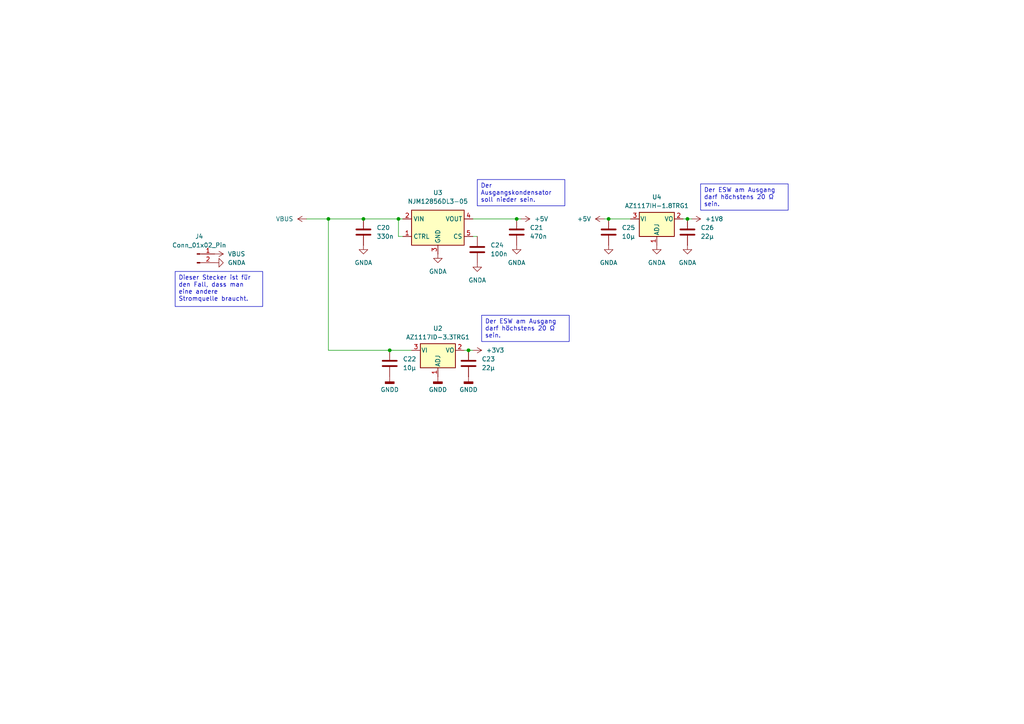
<source format=kicad_sch>
(kicad_sch (version 20231120) (generator "eeschema") (generator_version "8.0")
  (paper "A4")
  (lib_symbols
    (symbol "Connector:Conn_01x02_Pin" (pin_names (offset 1.016) hide)
      (property "Reference" "J" (at 0 2.54 0))
      (property "Value" "Conn_01x02_Pin" (at 0 -5.08 0))
      (symbol "Conn_01x02_Pin_1_1"
        (polyline (pts (xy 1.27 -2.54) (xy 0.8636 -2.54)) (stroke (width 0.1524)))
        (polyline (pts (xy 1.27 0) (xy 0.8636 0)) (stroke (width 0.1524)))
        (rectangle (start 0.8636 -2.413) (end 0 -2.667) (stroke (width 0.1524)) (fill (type outline)))
        (rectangle (start 0.8636 0.127) (end 0 -0.127) (stroke (width 0.1524)) (fill (type outline)))
        (pin passive line (at 5.08 0 180) (length 3.81) (name "Pin_1") (number "1"))
        (pin passive line (at 5.08 -2.54 180) (length 3.81) (name "Pin_2") (number "2"))
      )
    )
    (symbol "Device:C" (pin_numbers hide) (pin_names (offset 0.254))
      (property "Reference" "C" (at 0.635 2.54 0))
      (property "Value" "C" (at 0.635 -2.54 0))
      (symbol "C_0_1"
        (polyline (pts (xy -2.032 -0.762) (xy 2.032 -0.762)) (stroke (width 0.508)))
        (polyline (pts (xy -2.032 0.762) (xy 2.032 0.762)) (stroke (width 0.508)))
      )
      (symbol "C_1_1"
        (pin passive line (at 0 3.81 270) (length 2.794) (name "~") (number "1"))
        (pin passive line (at 0 -3.81 90) (length 2.794) (name "~") (number "2"))
      )
    )
    (symbol "Regulator_Linear:AZ1117D-ADJ" (pin_names (offset 0.254))
      (property "Reference" "U" (at -3.81 3.175 0))
      (property "Value" "AZ1117D-ADJ" (at 0 3.175 0))
      (symbol "AZ1117D-ADJ_0_1"
        (rectangle (start -5.08 1.905) (end 5.08 -5.08) (stroke (width 0.254)) (fill (type background)))
      )
      (symbol "AZ1117D-ADJ_1_1"
        (pin input line (at 0 -7.62 90) (length 2.54) (name "ADJ") (number "1"))
        (pin power_out line (at 7.62 0 180) (length 2.54) (name "VO") (number "2"))
        (pin power_in line (at -7.62 0 0) (length 2.54) (name "VI") (number "3"))
      )
    )
    (symbol "Regulator_Linear:AZ1117H-ADJ" (pin_names (offset 0.254))
      (property "Reference" "U" (at -3.81 3.175 0))
      (property "Value" "AZ1117H-ADJ" (at 0 3.175 0))
      (symbol "AZ1117H-ADJ_0_1"
        (rectangle (start -5.08 1.905) (end 5.08 -5.08) (stroke (width 0.254)) (fill (type background)))
      )
      (symbol "AZ1117H-ADJ_1_1"
        (pin input line (at 0 -7.62 90) (length 2.54) (name "ADJ") (number "1"))
        (pin power_out line (at 7.62 0 180) (length 2.54) (name "VO") (number "2"))
        (pin power_in line (at -7.62 0 0) (length 2.54) (name "VI") (number "3"))
      )
    )
    (symbol "Regulator_Linear:NJM12856DL3-05-TE1"
      (property "Reference" "U" (at 0 8.89 0))
      (property "Value" "NJM12856DL3-05" (at 0 6.35 0))
      (symbol "NJM12856DL3-05-TE1_0_1"
        (rectangle (start -7.62 5.08) (end 7.62 -5.08) (stroke (width 0.254)) (fill (type background)))
      )
      (symbol "NJM12856DL3-05-TE1_1_1"
        (pin input line (at -10.16 -2.54 0) (length 2.54) (name "CTRL") (number "1"))
        (pin power_in line (at -10.16 2.54 0) (length 2.54) (name "VIN") (number "2"))
        (pin power_in line (at 0 -7.62 90) (length 2.54) (name "GND") (number "3"))
        (pin power_out line (at 10.16 2.54 180) (length 2.54) (name "VOUT") (number "4"))
        (pin passive line (at 10.16 -2.54 180) (length 2.54) (name "CS") (number "5"))
        (pin passive line (at 0 -7.62 90) (length 2.54) hide (name "GND") (number "7"))
      )
    )
    (symbol "power:+1V8" (power) (pin_names (offset 0))
      (property "Value" "+1V8" (at 0 3.556 0))
      (symbol "+1V8_0_1"
        (polyline (pts (xy -0.762 1.27) (xy 0 2.54)))
        (polyline (pts (xy 0 0) (xy 0 2.54)))
        (polyline (pts (xy 0 2.54) (xy 0.762 1.27)))
      )
      (symbol "+1V8_1_1"
        (pin power_in line (at 0 0 90) (length 0) hide (name "+1V8") (number "1"))
      )
    )
    (symbol "power:+3.3V" (power) (pin_names (offset 0))
      (property "Value" "+3.3V" (at 0 3.556 0))
      (symbol "+3.3V_0_1"
        (polyline (pts (xy -0.762 1.27) (xy 0 2.54)))
        (polyline (pts (xy 0 0) (xy 0 2.54)))
        (polyline (pts (xy 0 2.54) (xy 0.762 1.27)))
      )
      (symbol "+3.3V_1_1"
        (pin power_in line (at 0 0 90) (length 0) hide (name "+3.3V") (number "1"))
      )
    )
    (symbol "power:+5V" (power) (pin_names (offset 0))
      (property "Value" "+5V" (at 0 3.556 0))
      (symbol "+5V_0_1"
        (polyline (pts (xy -0.762 1.27) (xy 0 2.54)))
        (polyline (pts (xy 0 0) (xy 0 2.54)))
        (polyline (pts (xy 0 2.54) (xy 0.762 1.27)))
      )
      (symbol "+5V_1_1"
        (pin power_in line (at 0 0 90) (length 0) hide (name "+5V") (number "1"))
      )
    )
    (symbol "power:GNDA" (power) (pin_numbers hide) (pin_names (offset 0) hide)
      (property "Value" "GNDA" (at 0 -3.81 0))
      (symbol "GNDA_0_1"
        (polyline (pts (xy 0 0) (xy 0 -1.27) (xy 1.27 -1.27) (xy 0 -2.54) (xy -1.27 -1.27) (xy 0 -1.27)))
      )
      (symbol "GNDA_1_1"
        (pin power_in line (at 0 0 270) (length 0) (name "~") (number "1"))
      )
    )
    (symbol "power:GNDD" (power) (pin_numbers hide) (pin_names (offset 0) hide)
      (property "Value" "GNDD" (at 0 -3.175 0))
      (symbol "GNDD_0_1"
        (rectangle (start -1.27 -1.524) (end 1.27 -2.032) (stroke (width 0.254)) (fill (type outline)))
        (polyline (pts (xy 0 0) (xy 0 -1.524)))
      )
      (symbol "GNDD_1_1"
        (pin power_in line (at 0 0 270) (length 0) (name "~") (number "1"))
      )
    )
    (symbol "power:VBUS" (power) (pin_names (offset 0))
      (property "Value" "VBUS" (at 0 3.81 0))
      (symbol "VBUS_0_1"
        (polyline (pts (xy -0.762 1.27) (xy 0 2.54)))
        (polyline (pts (xy 0 0) (xy 0 2.54)))
        (polyline (pts (xy 0 2.54) (xy 0.762 1.27)))
      )
      (symbol "VBUS_1_1"
        (pin power_in line (at 0 0 90) (length 0) hide (name "VBUS") (number "1"))
      )
    )
  )
  (junction (at 199.39 63.5))
  (junction (at 95.25 63.5))
  (junction (at 105.41 63.5))
  (junction (at 113.03 101.6))
  (junction (at 149.86 63.5))
  (junction (at 115.57 63.5))
  (junction (at 176.53 63.5))
  (junction (at 135.89 101.6))
  (wire (pts (xy 199.39 63.5) (xy 200.66 63.5)))
  (wire (pts (xy 105.41 63.5) (xy 115.57 63.5)))
  (wire (pts (xy 95.25 101.6) (xy 113.03 101.6)))
  (wire (pts (xy 135.89 101.6) (xy 137.16 101.6)))
  (wire (pts (xy 149.86 63.5) (xy 151.13 63.5)))
  (wire (pts (xy 95.25 63.5) (xy 105.41 63.5)))
  (wire (pts (xy 199.39 63.5) (xy 198.12 63.5)))
  (wire (pts (xy 175.26 63.5) (xy 176.53 63.5)))
  (wire (pts (xy 176.53 63.5) (xy 182.88 63.5)))
  (wire (pts (xy 113.03 101.6) (xy 119.38 101.6)))
  (wire (pts (xy 116.84 68.58) (xy 115.57 68.58)))
  (wire (pts (xy 88.9 63.5) (xy 95.25 63.5)))
  (wire (pts (xy 135.89 101.6) (xy 134.62 101.6)))
  (wire (pts (xy 137.16 63.5) (xy 149.86 63.5)))
  (wire (pts (xy 115.57 63.5) (xy 116.84 63.5)))
  (wire (pts (xy 138.43 68.58) (xy 137.16 68.58)))
  (wire (pts (xy 115.57 63.5) (xy 115.57 68.58)))
  (wire (pts (xy 95.25 101.6) (xy 95.25 63.5)))
  (text_box "Der Ausgangskondensator soll nieder sein." (at 138.43 52.07 0) (size 25.4 7.62) (effects (font (size 1.27 1.27)) (justify left top)))
  (text_box "Der ESW am Ausgang darf höchstens 20 Ω sein." (at 139.7 91.44 0) (size 25.4 7.62) (effects (font (size 1.27 1.27)) (justify left top)))
  (text_box "Der ESW am Ausgang darf höchstens 20 Ω sein." (at 203.2 53.34 0) (size 25.4 7.62) (effects (font (size 1.27 1.27)) (justify left top)))
  (text_box "Dieser Stecker ist für den Fall, dass man eine andere Stromquelle braucht." (at 50.8 78.74 0) (size 25.4 10.16) (effects (font (size 1.27 1.27)) (justify left top)))
  (symbol (lib_id "power:GNDD") (at 127 109.22 0) (unit 1)
    (property "Reference" "#PWR028" (effects (hide yes)))
    (property "Value" "GNDD" (at 127 113.03 0))
    (property "Description" "Power symbol creates a global label with name \"GNDD\" , digital ground" (effects (hide yes)))
  )
  (symbol (lib_id "power:+1V8") (at 200.66 63.5 270) (unit 1)
    (property "Reference" "#PWR037" (effects (hide yes)))
    (property "Value" "+1V8" (at 204.47 63.5 90) (effects (justify left)))
  )
  (symbol (lib_id "power:GNDA") (at 62.23 76.2 90) (unit 1)
    (property "Reference" "#PWR023" (effects (hide yes)))
    (property "Value" "GNDA" (at 66.04 76.1999 90) (effects (justify right)))
    (property "Description" "Power symbol creates a global label with name \"GNDA\" , analog ground" (effects (hide yes)))
  )
  (symbol (lib_id "power:VBUS") (at 88.9 63.5 90) (unit 1)
    (property "Reference" "#PWR022" (effects (hide yes)))
    (property "Value" "VBUS" (at 85.09 63.4999 90) (effects (justify left)))
  )
  (symbol (lib_id "power:GNDA") (at 127 73.66 0) (unit 1)
    (property "Reference" "#PWR025" (effects (hide yes)))
    (property "Value" "GNDA" (at 127 78.74 0))
    (property "Description" "Power symbol creates a global label with name \"GNDA\" , analog ground" (effects (hide yes)))
  )
  (symbol (lib_id "power:GNDD") (at 135.89 109.22 0) (unit 1)
    (property "Reference" "#PWR029" (effects (hide yes)))
    (property "Value" "GNDD" (at 135.89 113.03 0))
    (property "Description" "Power symbol creates a global label with name \"GNDD\" , digital ground" (effects (hide yes)))
  )
  (symbol (lib_id "Device:C") (at 135.89 105.41 0) (unit 1)
    (property "Reference" "C23" (at 139.7 104.14 0) (effects (justify left)))
    (property "Value" "22μ" (at 139.7 106.68 0) (effects (justify left)))
    (property "Footprint" "Capacitor_SMD:C_1206_3216Metric" (effects (hide yes)))
  )
  (symbol (lib_id "Regulator_Linear:NJM12856DL3-05-TE1") (at 127 66.04 0) (unit 1)
    (property "Reference" "U3" (at 127 55.88 0))
    (property "Value" "NJM12856DL3-05" (at 127 58.42 0))
    (property "Footprint" "Package_TO_SOT_SMD:TO-252-5_TabPin3" (effects (hide yes)))
    (property "Datasheet" "https://www.nisshinbo-microdevices.co.jp/en/pdf/datasheet/NJM12856_E.pdf" (effects (hide yes)))
  )
  (symbol (lib_id "power:GNDA") (at 176.53 71.12 0) (unit 1)
    (property "Reference" "#PWR034" (effects (hide yes)))
    (property "Value" "GNDA" (at 176.53 76.2 0))
    (property "Description" "Power symbol creates a global label with name \"GNDA\" , analog ground" (effects (hide yes)))
  )
  (symbol (lib_id "Device:C") (at 149.86 67.31 0) (unit 1)
    (property "Reference" "C21" (at 153.67 66.04 0) (effects (justify left)))
    (property "Value" "470n" (at 153.67 68.58 0) (effects (justify left)))
    (property "Footprint" "Capacitor_SMD:C_1206_3216Metric" (effects (hide yes)))
  )
  (symbol (lib_id "power:GNDA") (at 149.86 71.12 0) (unit 1)
    (property "Reference" "#PWR033" (effects (hide yes)))
    (property "Value" "GNDA" (at 149.86 76.2 0))
    (property "Description" "Power symbol creates a global label with name \"GNDA\" , analog ground" (effects (hide yes)))
  )
  (symbol (lib_id "power:+5V") (at 175.26 63.5 90) (unit 1)
    (property "Reference" "#PWR036" (effects (hide yes)))
    (property "Value" "+5V" (at 171.45 63.5 90) (effects (justify left)))
  )
  (symbol (lib_id "power:GNDD") (at 113.03 109.22 0) (unit 1)
    (property "Reference" "#PWR030" (effects (hide yes)))
    (property "Value" "GNDD" (at 113.03 113.03 0))
    (property "Description" "Power symbol creates a global label with name \"GNDD\" , digital ground" (effects (hide yes)))
  )
  (symbol (lib_id "power:+3.3V") (at 137.16 101.6 270) (unit 1)
    (property "Reference" "#PWR032" (effects (hide yes)))
    (property "Value" "+3V3" (at 140.97 101.5999 90) (effects (justify left)))
  )
  (symbol (lib_id "power:+5V") (at 151.13 63.5 270) (unit 1)
    (property "Reference" "#PWR027" (effects (hide yes)))
    (property "Value" "+5V" (at 154.94 63.5 90) (effects (justify left)))
  )
  (symbol (lib_id "Device:C") (at 138.43 72.39 0) (unit 1)
    (property "Reference" "C24" (at 142.24 71.12 0) (effects (justify left)))
    (property "Value" "100n" (at 142.24 73.66 0) (effects (justify left)))
    (property "Footprint" "Capacitor_SMD:C_0603_1608Metric" (effects (hide yes)))
  )
  (symbol (lib_id "Device:C") (at 199.39 67.31 0) (unit 1)
    (property "Reference" "C26" (at 203.2 66.04 0) (effects (justify left)))
    (property "Value" "22μ" (at 203.2 68.58 0) (effects (justify left)))
    (property "Footprint" "Capacitor_SMD:C_1206_3216Metric" (effects (hide yes)))
  )
  (symbol (lib_id "Regulator_Linear:AZ1117H-ADJ") (at 190.5 63.5 0) (unit 1)
    (property "Reference" "U4" (at 190.5 57.15 0))
    (property "Value" "AZ1117IH-1.8TRG1" (at 190.5 59.69 0))
    (property "Footprint" "Package_TO_SOT_SMD:SOT-223-3_TabPin2" (effects (hide yes)))
    (property "Datasheet" "https://www.diodes.com/assets/Datasheets/AZ1117I.pdf" (effects (hide yes)))
  )
  (symbol (lib_id "power:GNDA") (at 105.41 71.12 0) (unit 1)
    (property "Reference" "#PWR024" (effects (hide yes)))
    (property "Value" "GNDA" (at 105.41 76.2 0))
    (property "Description" "Power symbol creates a global label with name \"GNDA\" , analog ground" (effects (hide yes)))
  )
  (symbol (lib_id "Device:C") (at 176.53 67.31 0) (unit 1)
    (property "Reference" "C25" (at 180.34 66.04 0) (effects (justify left)))
    (property "Value" "10μ" (at 180.34 68.58 0) (effects (justify left)))
    (property "Footprint" "Capacitor_SMD:C_1206_3216Metric" (effects (hide yes)))
  )
  (symbol (lib_id "power:VBUS") (at 62.23 73.66 270) (unit 1)
    (property "Reference" "#PWR031" (effects (hide yes)))
    (property "Value" "VBUS" (at 66.04 73.6599 90) (effects (justify left)))
  )
  (symbol (lib_id "power:GNDA") (at 138.43 76.2 0) (unit 1)
    (property "Reference" "#PWR026" (effects (hide yes)))
    (property "Value" "GNDA" (at 138.43 81.28 0))
    (property "Description" "Power symbol creates a global label with name \"GNDA\" , analog ground" (effects (hide yes)))
  )
  (symbol (lib_id "Device:C") (at 113.03 105.41 0) (unit 1)
    (property "Reference" "C22" (at 116.84 104.14 0) (effects (justify left)))
    (property "Value" "10μ" (at 116.84 106.68 0) (effects (justify left)))
    (property "Footprint" "Capacitor_SMD:C_1206_3216Metric" (effects (hide yes)))
  )
  (symbol (lib_id "power:GNDA") (at 190.5 71.12 0) (unit 1)
    (property "Reference" "#PWR035" (effects (hide yes)))
    (property "Value" "GNDA" (at 190.5 76.2 0))
    (property "Description" "Power symbol creates a global label with name \"GNDA\" , analog ground" (effects (hide yes)))
  )
  (symbol (lib_id "Connector:Conn_01x02_Pin") (at 57.15 73.66 0) (unit 1)
    (property "Reference" "J4" (at 57.785 68.58 0))
    (property "Value" "Conn_01x02_Pin" (at 57.785 71.12 0))
    (property "Footprint" "Connector_PinHeader_2.54mm:PinHeader_1x02_P2.54mm_Vertical" (effects (hide yes)))
  )
  (symbol (lib_id "Regulator_Linear:AZ1117D-ADJ") (at 127 101.6 0) (unit 1)
    (property "Reference" "U2" (at 127 95.25 0))
    (property "Value" "AZ1117ID-3.3TRG1" (at 127 97.79 0))
    (property "Footprint" "Package_TO_SOT_SMD:TO-252-2" (effects (hide yes)))
    (property "Datasheet" "https://www.diodes.com/assets/Datasheets/AZ1117I.pdf" (effects (hide yes)))
  )
  (symbol (lib_id "power:GNDA") (at 199.39 71.12 0) (unit 1)
    (property "Reference" "#PWR040" (effects (hide yes)))
    (property "Value" "GNDA" (at 199.39 76.2 0))
    (property "Description" "Power symbol creates a global label with name \"GNDA\" , analog ground" (effects (hide yes)))
  )
  (symbol (lib_id "Device:C") (at 105.41 67.31 0) (unit 1)
    (property "Reference" "C20" (at 109.22 66.04 0) (effects (justify left)))
    (property "Value" "330n" (at 109.22 68.58 0) (effects (justify left)))
    (property "Footprint" "Capacitor_SMD:C_1206_3216Metric" (effects (hide yes)))
  )
)
</source>
